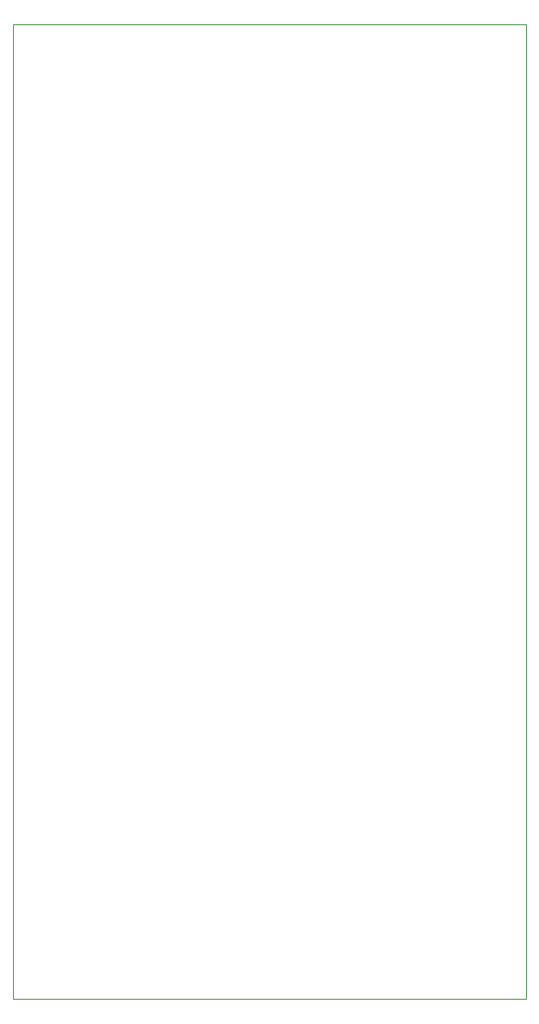
<source format=gbr>
%TF.GenerationSoftware,KiCad,Pcbnew,6.0.0-d3dd2cf0fa~116~ubuntu20.04.1*%
%TF.CreationDate,2022-02-22T07:52:52+01:00*%
%TF.ProjectId,ESP32_BAT,45535033-325f-4424-9154-2e6b69636164,rev?*%
%TF.SameCoordinates,Original*%
%TF.FileFunction,Profile,NP*%
%FSLAX46Y46*%
G04 Gerber Fmt 4.6, Leading zero omitted, Abs format (unit mm)*
G04 Created by KiCad (PCBNEW 6.0.0-d3dd2cf0fa~116~ubuntu20.04.1) date 2022-02-22 07:52:52*
%MOMM*%
%LPD*%
G01*
G04 APERTURE LIST*
%TA.AperFunction,Profile*%
%ADD10C,0.100000*%
%TD*%
G04 APERTURE END LIST*
D10*
X43000000Y-32000000D02*
X93000000Y-32000000D01*
X93000000Y-32000000D02*
X93000000Y-127000000D01*
X93000000Y-127000000D02*
X43000000Y-127000000D01*
X43000000Y-127000000D02*
X43000000Y-32000000D01*
M02*

</source>
